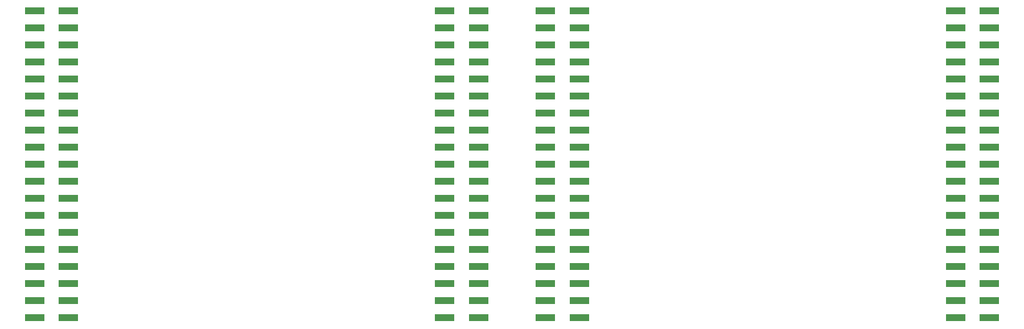
<source format=gbr>
%TF.GenerationSoftware,KiCad,Pcbnew,(6.0.8)*%
%TF.CreationDate,2022-11-08T10:52:10+01:00*%
%TF.ProjectId,TVZ_KTM_ApplicationBoard,54565a5f-4b54-44d5-9f41-70706c696361,rev?*%
%TF.SameCoordinates,Original*%
%TF.FileFunction,Paste,Bot*%
%TF.FilePolarity,Positive*%
%FSLAX46Y46*%
G04 Gerber Fmt 4.6, Leading zero omitted, Abs format (unit mm)*
G04 Created by KiCad (PCBNEW (6.0.8)) date 2022-11-08 10:52:10*
%MOMM*%
%LPD*%
G01*
G04 APERTURE LIST*
%ADD10R,3.000000X1.000000*%
G04 APERTURE END LIST*
D10*
%TO.C,J2*%
X162980000Y-56210000D03*
X168020000Y-56210000D03*
X162980000Y-58750000D03*
X168020000Y-58750000D03*
X162980000Y-61290000D03*
X168020000Y-61290000D03*
X162980000Y-63830000D03*
X168020000Y-63830000D03*
X162980000Y-66370000D03*
X168020000Y-66370000D03*
X162980000Y-68910000D03*
X168020000Y-68910000D03*
X162980000Y-71450000D03*
X168020000Y-71450000D03*
X162980000Y-73990000D03*
X168020000Y-73990000D03*
X162980000Y-76530000D03*
X168020000Y-76530000D03*
X162980000Y-79070000D03*
X168020000Y-79070000D03*
X162980000Y-81610000D03*
X168020000Y-81610000D03*
X162980000Y-84150000D03*
X168020000Y-84150000D03*
X162980000Y-86690000D03*
X168020000Y-86690000D03*
X162980000Y-89230000D03*
X168020000Y-89230000D03*
X162980000Y-91770000D03*
X168020000Y-91770000D03*
X162980000Y-94310000D03*
X168020000Y-94310000D03*
X162980000Y-96850000D03*
X168020000Y-96850000D03*
X162980000Y-99390000D03*
X168020000Y-99390000D03*
X162980000Y-101930000D03*
X168020000Y-101930000D03*
%TD*%
%TO.C,J3*%
X177980001Y-56210001D03*
X183020001Y-56210001D03*
X177980001Y-58750001D03*
X183020001Y-58750001D03*
X177980001Y-61290001D03*
X183020001Y-61290001D03*
X177980001Y-63830001D03*
X183020001Y-63830001D03*
X177980001Y-66370001D03*
X183020001Y-66370001D03*
X177980001Y-68910001D03*
X183020001Y-68910001D03*
X177980001Y-71450001D03*
X183020001Y-71450001D03*
X177980001Y-73990001D03*
X183020001Y-73990001D03*
X177980001Y-76530001D03*
X183020001Y-76530001D03*
X177980001Y-79070001D03*
X183020001Y-79070001D03*
X177980001Y-81610001D03*
X183020001Y-81610001D03*
X177980001Y-84150001D03*
X183020001Y-84150001D03*
X177980001Y-86690001D03*
X183020001Y-86690001D03*
X177980001Y-89230001D03*
X183020001Y-89230001D03*
X177980001Y-91770001D03*
X183020001Y-91770001D03*
X177980001Y-94310001D03*
X183020001Y-94310001D03*
X177980001Y-96850001D03*
X183020001Y-96850001D03*
X177980001Y-99390001D03*
X183020001Y-99390001D03*
X177980001Y-101930001D03*
X183020001Y-101930001D03*
%TD*%
%TO.C,J4*%
X238980001Y-56210001D03*
X244020001Y-56210001D03*
X238980001Y-58750001D03*
X244020001Y-58750001D03*
X238980001Y-61290001D03*
X244020001Y-61290001D03*
X238980001Y-63830001D03*
X244020001Y-63830001D03*
X238980001Y-66370001D03*
X244020001Y-66370001D03*
X238980001Y-68910001D03*
X244020001Y-68910001D03*
X238980001Y-71450001D03*
X244020001Y-71450001D03*
X238980001Y-73990001D03*
X244020001Y-73990001D03*
X238980001Y-76530001D03*
X244020001Y-76530001D03*
X238980001Y-79070001D03*
X244020001Y-79070001D03*
X238980001Y-81610001D03*
X244020001Y-81610001D03*
X238980001Y-84150001D03*
X244020001Y-84150001D03*
X238980001Y-86690001D03*
X244020001Y-86690001D03*
X238980001Y-89230001D03*
X244020001Y-89230001D03*
X238980001Y-91770001D03*
X244020001Y-91770001D03*
X238980001Y-94310001D03*
X244020001Y-94310001D03*
X238980001Y-96850001D03*
X244020001Y-96850001D03*
X238980001Y-99390001D03*
X244020001Y-99390001D03*
X238980001Y-101930001D03*
X244020001Y-101930001D03*
%TD*%
%TO.C,J1*%
X101980000Y-56210000D03*
X107020000Y-56210000D03*
X101980000Y-58750000D03*
X107020000Y-58750000D03*
X101980000Y-61290000D03*
X107020000Y-61290000D03*
X101980000Y-63830000D03*
X107020000Y-63830000D03*
X101980000Y-66370000D03*
X107020000Y-66370000D03*
X101980000Y-68910000D03*
X107020000Y-68910000D03*
X101980000Y-71450000D03*
X107020000Y-71450000D03*
X101980000Y-73990000D03*
X107020000Y-73990000D03*
X101980000Y-76530000D03*
X107020000Y-76530000D03*
X101980000Y-79070000D03*
X107020000Y-79070000D03*
X101980000Y-81610000D03*
X107020000Y-81610000D03*
X101980000Y-84150000D03*
X107020000Y-84150000D03*
X101980000Y-86690000D03*
X107020000Y-86690000D03*
X101980000Y-89230000D03*
X107020000Y-89230000D03*
X101980000Y-91770000D03*
X107020000Y-91770000D03*
X101980000Y-94310000D03*
X107020000Y-94310000D03*
X101980000Y-96850000D03*
X107020000Y-96850000D03*
X101980000Y-99390000D03*
X107020000Y-99390000D03*
X101980000Y-101930000D03*
X107020000Y-101930000D03*
%TD*%
M02*

</source>
